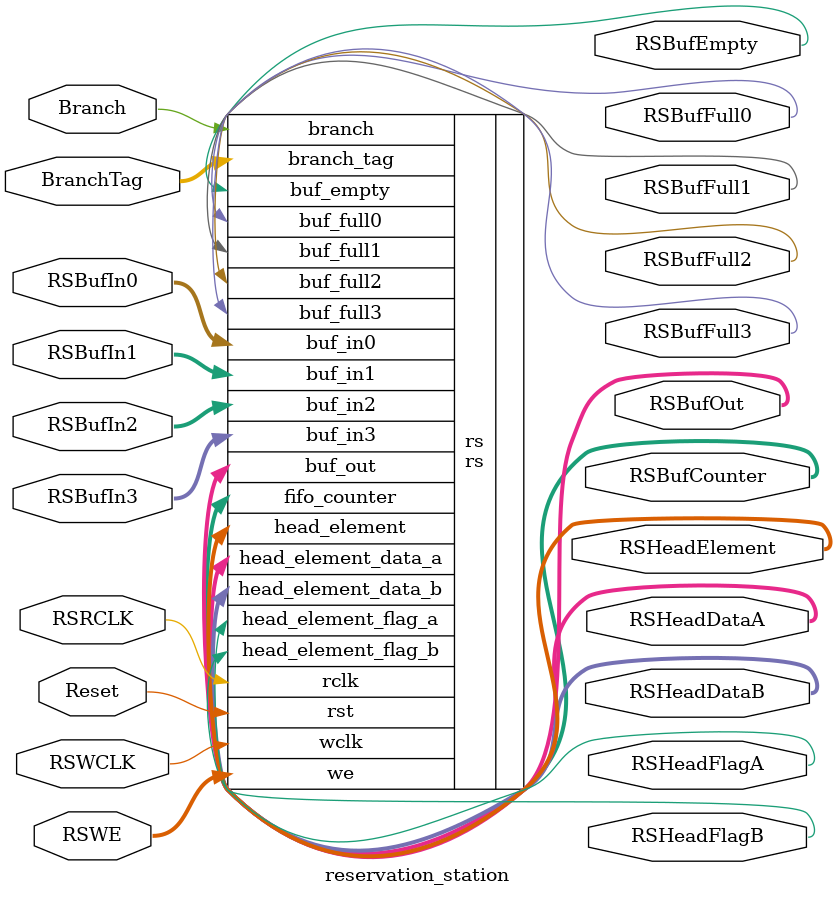
<source format=v>
module reservation_station(
	input			Reset,
	input  [143:0]	RSBufIn0, RSBufIn1, RSBufIn2, RSBufIn3,
	input  [1:0]	RSWE,
	input			RSWCLK,
	input			RSRCLK,
	input			Branch,
	input  [31:0]	BranchTag,
	output [143:0]	RSBufOut,
	output			RSHeadFlagA, RSHeadFlagB,
	output [31:0]	RSHeadDataA, RSHeadDataB,
	output [143:0]	RSHeadElement,
	output			RSBufEmpty,
	output 			RSBufFull0, RSBufFull1, RSBufFull2, RSBufFull3,
	output [3:0]	RSBufCounter);
	
/****************************************************************************************/
/* 	RS Logic																			*/
/****************************************************************************************/
	rs #(.DATA_WIDTH(144), .ADDR_WIDTH(3)) rs(
		.wclk(RSWCLK), .rclk(RSRCLK), .rst(Reset), .we(RSWE),
		.buf_in0(RSBufIn0), .buf_in1(RSBufIn1), .buf_in2(RSBufIn2), .buf_in3(RSBufIn3), .buf_out(RSBufOut),
		.branch(Branch), .branch_tag(BranchTag),
		.head_element_flag_a(RSHeadFlagA), .head_element_flag_b(RSHeadFlagB), .head_element_data_a(RSHeadDataA), .head_element_data_b(RSHeadDataB), .head_element(RSHeadElement),
		.buf_empty(RSBufEmpty), .buf_full0(RSBufFull0), .buf_full1(RSBufFull1), .buf_full2(RSBufFull2), .buf_full3(RSBufFull3), .fifo_counter(RSBufCounter));
	
endmodule

</source>
